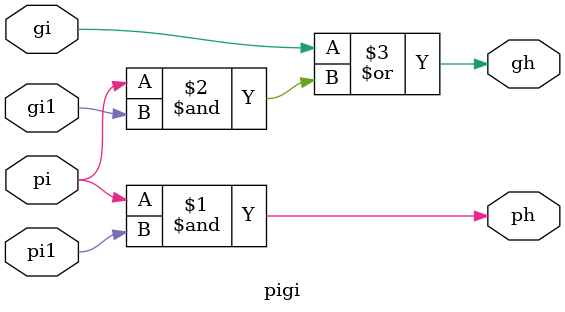
<source format=v>
module pigi(pi,pi1,gi,gi1,ph,gh);
input pi,pi1,gi,gi1;
output ph,gh;
assign ph = pi & pi1;
assign gh = gi | (pi & gi1);
endmodule
</source>
